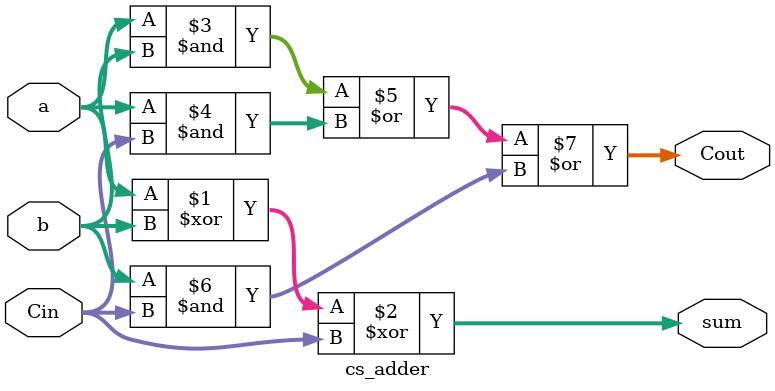
<source format=v>
`timescale 1ns / 1ps

module cs_adder(
	a, b, Cin, sum, Cout
);

parameter bits = 4;

input wire [bits-1:0] a;
input wire [bits-1:0] b;
input wire [bits-1:0] Cin;
output wire [bits-1:0] sum;
output wire [bits-1:0] Cout;

assign sum = a ^ b ^ Cin;
assign Cout = (a & b) | (a & Cin) | (b & Cin);

endmodule

</source>
